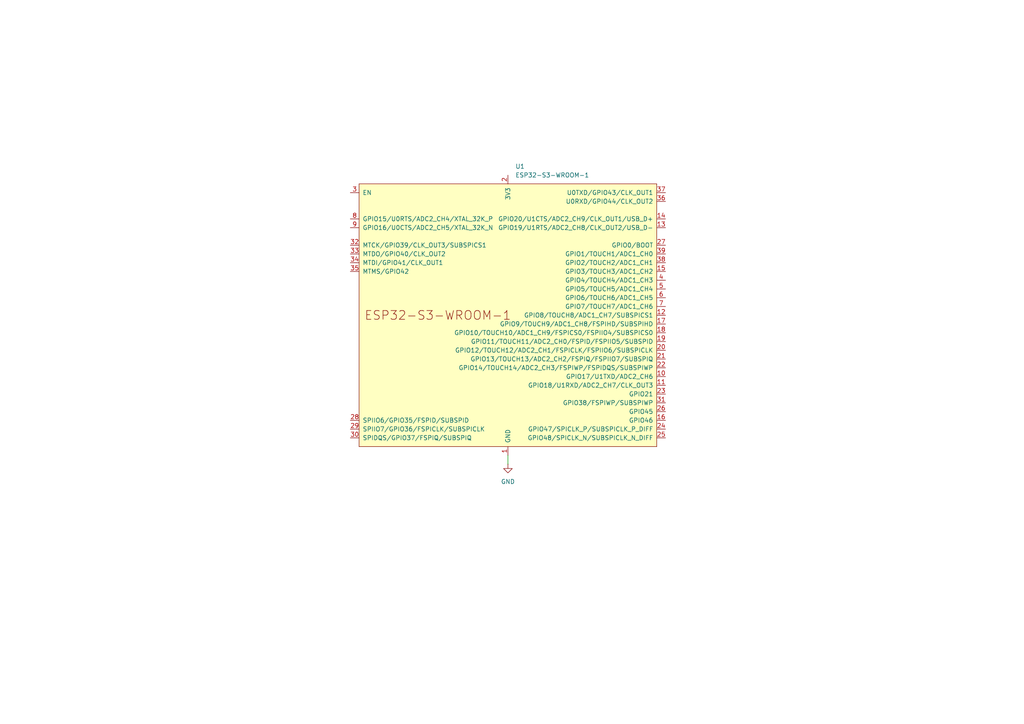
<source format=kicad_sch>
(kicad_sch (version 20250114) (generator "eeschema") (generator_version "9.0")
  (paper "A4")
  (lib_symbols
    (symbol "PCM_Espressif:ESP32-S3-WROOM-1" (pin_names (offset 1.016))
      (property "Reference" "U" (at -43.18 43.18 0))
      (property "Value" "ESP32-S3-WROOM-1" (at -43.18 40.64 0))
      (symbol "ESP32-S3-WROOM-1_0_0"
        (text "ESP32-S3-WROOM-1" (at -20.32 0 0) (effects (font (size 2.54 2.54))))
        (pin input line (at -45.72 35.56 0) (length 2.54) (name "EN") (number "3"))
        (pin bidirectional line (at -45.72 27.94 0) (length 2.54) (name "GPIO15/U0RTS/ADC2_CH4/XTAL_32K_P") (number "8"))
        (pin bidirectional line (at -45.72 25.4 0) (length 2.54) (name "GPIO16/U0CTS/ADC2_CH5/XTAL_32K_N") (number "9"))
        (pin bidirectional line (at -45.72 20.32 0) (length 2.54) (name "MTCK/GPIO39/CLK_OUT3/SUBSPICS1") (number "32"))
        (pin bidirectional line (at -45.72 17.78 0) (length 2.54) (name "MTDO/GPIO40/CLK_OUT2") (number "33"))
        (pin bidirectional line (at -45.72 15.24 0) (length 2.54) (name "MTDI/GPIO41/CLK_OUT1") (number "34"))
        (pin bidirectional line (at -45.72 12.7 0) (length 2.54) (name "MTMS/GPIO42") (number "35"))
        (pin bidirectional line (at -45.72 -30.48 0) (length 2.54) (name "SPIIO6/GPIO35/FSPID/SUBSPID") (number "28"))
        (pin bidirectional line (at -45.72 -33.02 0) (length 2.54) (name "SPIIO7/GPIO36/FSPICLK/SUBSPICLK") (number "29"))
        (pin bidirectional line (at -45.72 -35.56 0) (length 2.54) (name "SPIDQS/GPIO37/FSPIQ/SUBSPIQ") (number "30"))
        (pin power_in line (at 0 40.64 270) (length 2.54) (name "3V3") (number "2"))
        (pin power_in line (at 0 -40.64 90) (length 2.54) (name "GND") (number "1"))
        (pin passive line (at 0 -40.64 90) (length 2.54) (hide yes) (name "GND") (number "40"))
        (pin passive line (at 0 -40.64 90) (length 2.54) (hide yes) (name "GND") (number "41"))
        (pin bidirectional line (at 45.72 35.56 180) (length 2.54) (name "U0TXD/GPIO43/CLK_OUT1") (number "37"))
        (pin bidirectional line (at 45.72 33.02 180) (length 2.54) (name "U0RXD/GPIO44/CLK_OUT2") (number "36"))
        (pin bidirectional line (at 45.72 27.94 180) (length 2.54) (name "GPIO20/U1CTS/ADC2_CH9/CLK_OUT1/USB_D+") (number "14"))
        (pin bidirectional line (at 45.72 25.4 180) (length 2.54) (name "GPIO19/U1RTS/ADC2_CH8/CLK_OUT2/USB_D-") (number "13"))
        (pin bidirectional line (at 45.72 20.32 180) (length 2.54) (name "GPIO0/BOOT") (number "27"))
        (pin bidirectional line (at 45.72 17.78 180) (length 2.54) (name "GPIO1/TOUCH1/ADC1_CH0") (number "39"))
        (pin bidirectional line (at 45.72 15.24 180) (length 2.54) (name "GPIO2/TOUCH2/ADC1_CH1") (number "38"))
        (pin bidirectional line (at 45.72 12.7 180) (length 2.54) (name "GPIO3/TOUCH3/ADC1_CH2") (number "15"))
        (pin bidirectional line (at 45.72 10.16 180) (length 2.54) (name "GPIO4/TOUCH4/ADC1_CH3") (number "4"))
        (pin bidirectional line (at 45.72 7.62 180) (length 2.54) (name "GPIO5/TOUCH5/ADC1_CH4") (number "5"))
        (pin bidirectional line (at 45.72 5.08 180) (length 2.54) (name "GPIO6/TOUCH6/ADC1_CH5") (number "6"))
        (pin bidirectional line (at 45.72 2.54 180) (length 2.54) (name "GPIO7/TOUCH7/ADC1_CH6") (number "7"))
        (pin bidirectional line (at 45.72 0 180) (length 2.54) (name "GPIO8/TOUCH8/ADC1_CH7/SUBSPICS1") (number "12"))
        (pin bidirectional line (at 45.72 -2.54 180) (length 2.54) (name "GPIO9/TOUCH9/ADC1_CH8/FSPIHD/SUBSPIHD") (number "17"))
        (pin bidirectional line (at 45.72 -5.08 180) (length 2.54) (name "GPIO10/TOUCH10/ADC1_CH9/FSPICS0/FSPIIO4/SUBSPICS0") (number "18"))
        (pin bidirectional line (at 45.72 -7.62 180) (length 2.54) (name "GPIO11/TOUCH11/ADC2_CH0/FSPID/FSPIIO5/SUBSPID") (number "19"))
        (pin bidirectional line (at 45.72 -10.16 180) (length 2.54) (name "GPIO12/TOUCH12/ADC2_CH1/FSPICLK/FSPIIO6/SUBSPICLK") (number "20"))
        (pin bidirectional line (at 45.72 -12.7 180) (length 2.54) (name "GPIO13/TOUCH13/ADC2_CH2/FSPIQ/FSPIIO7/SUBSPIQ") (number "21"))
        (pin bidirectional line (at 45.72 -15.24 180) (length 2.54) (name "GPIO14/TOUCH14/ADC2_CH3/FSPIWP/FSPIDQS/SUBSPIWP") (number "22"))
        (pin bidirectional line (at 45.72 -17.78 180) (length 2.54) (name "GPIO17/U1TXD/ADC2_CH6") (number "10"))
        (pin bidirectional line (at 45.72 -20.32 180) (length 2.54) (name "GPIO18/U1RXD/ADC2_CH7/CLK_OUT3") (number "11"))
        (pin bidirectional line (at 45.72 -22.86 180) (length 2.54) (name "GPIO21") (number "23"))
        (pin bidirectional line (at 45.72 -25.4 180) (length 2.54) (name "GPIO38/FSPIWP/SUBSPIWP") (number "31"))
        (pin bidirectional line (at 45.72 -27.94 180) (length 2.54) (name "GPIO45") (number "26"))
        (pin bidirectional line (at 45.72 -30.48 180) (length 2.54) (name "GPIO46") (number "16"))
        (pin bidirectional line (at 45.72 -33.02 180) (length 2.54) (name "GPIO47/SPICLK_P/SUBSPICLK_P_DIFF") (number "24"))
        (pin bidirectional line (at 45.72 -35.56 180) (length 2.54) (name "GPIO48/SPICLK_N/SUBSPICLK_N_DIFF") (number "25"))
      )
      (symbol "ESP32-S3-WROOM-1_0_1"
        (rectangle (start -43.18 38.1) (end 43.18 -38.1) (fill (type background)))
      )
    )
    (symbol "power:GND" (power) (pin_numbers (hide yes)) (pin_names (offset 0) (hide yes))
      (property "Value" "GND" (at 0 -3.81 0))
      (symbol "GND_0_1"
        (polyline (pts (xy 0 0) (xy 0 -1.27) (xy 1.27 -1.27) (xy 0 -2.54) (xy -1.27 -1.27) (xy 0 -1.27)))
      )
      (symbol "GND_1_1"
        (pin power_in line (at 0 0 270) (length 0) (name "~") (number "1"))
      )
    )
  )
  (wire (pts (xy 147.32 132.08) (xy 147.32 134.62)))
  (symbol (lib_id "power:GND") (at 147.32 134.62 0) (unit 1)
    (property "Reference" "#PWR01" (effects (hide yes)))
    (property "Value" "GND" (at 147.32 139.7 0))
    (property "Description" "Power symbol creates a global label with name \"GND\" , ground" (effects (hide yes)))
  )
  (symbol (lib_id "PCM_Espressif:ESP32-S3-WROOM-1") (at 147.32 91.44 0) (unit 1)
    (property "Reference" "U1" (at 149.4633 48.26 0) (effects (justify left)))
    (property "Value" "ESP32-S3-WROOM-1" (at 149.4633 50.8 0) (effects (justify left)))
    (property "Footprint" "PCM_Espressif:ESP32-S3-WROOM-1" (effects (hide yes)))
    (property "Datasheet" "https://www.espressif.com/sites/default/files/documentation/esp32-s3-wroom-1_wroom-1u_datasheet_en.pdf" (effects (hide yes)))
    (property "Description" "2.4 GHz WiFi (802.11 b/g/n) and Bluetooth ® 5 (LE) module Built around ESP32S3 series of SoCs, Xtensa ® dualcore 32bit LX7 microprocessor Flash up to 16 MB, PSRAM up to 8 MB 36 GPIOs, rich set of peripherals Onboard PCB antenna" (effects (hide yes)))
  )
)
</source>
